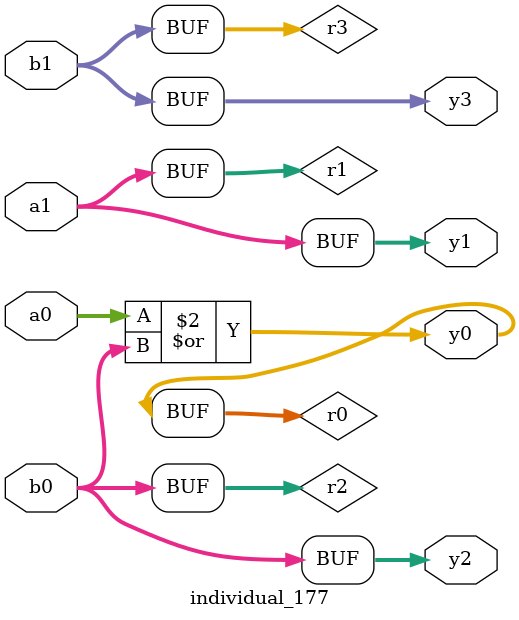
<source format=sv>
module individual_177(input logic [15:0] a1, input logic [15:0] a0, input logic [15:0] b1, input logic [15:0] b0, output logic [15:0] y3, output logic [15:0] y2, output logic [15:0] y1, output logic [15:0] y0);
logic [15:0] r0, r1, r2, r3; 
 always@(*) begin 
	 r0 = a0; r1 = a1; r2 = b0; r3 = b1; 
 	 r0  |=  r2 ;
 	 y3 = r3; y2 = r2; y1 = r1; y0 = r0; 
end
endmodule
</source>
